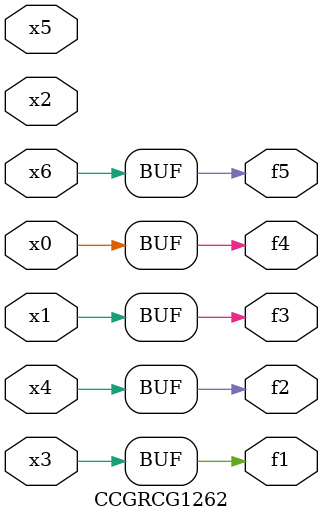
<source format=v>
module CCGRCG1262(
	input x0, x1, x2, x3, x4, x5, x6,
	output f1, f2, f3, f4, f5
);
	assign f1 = x3;
	assign f2 = x4;
	assign f3 = x1;
	assign f4 = x0;
	assign f5 = x6;
endmodule

</source>
